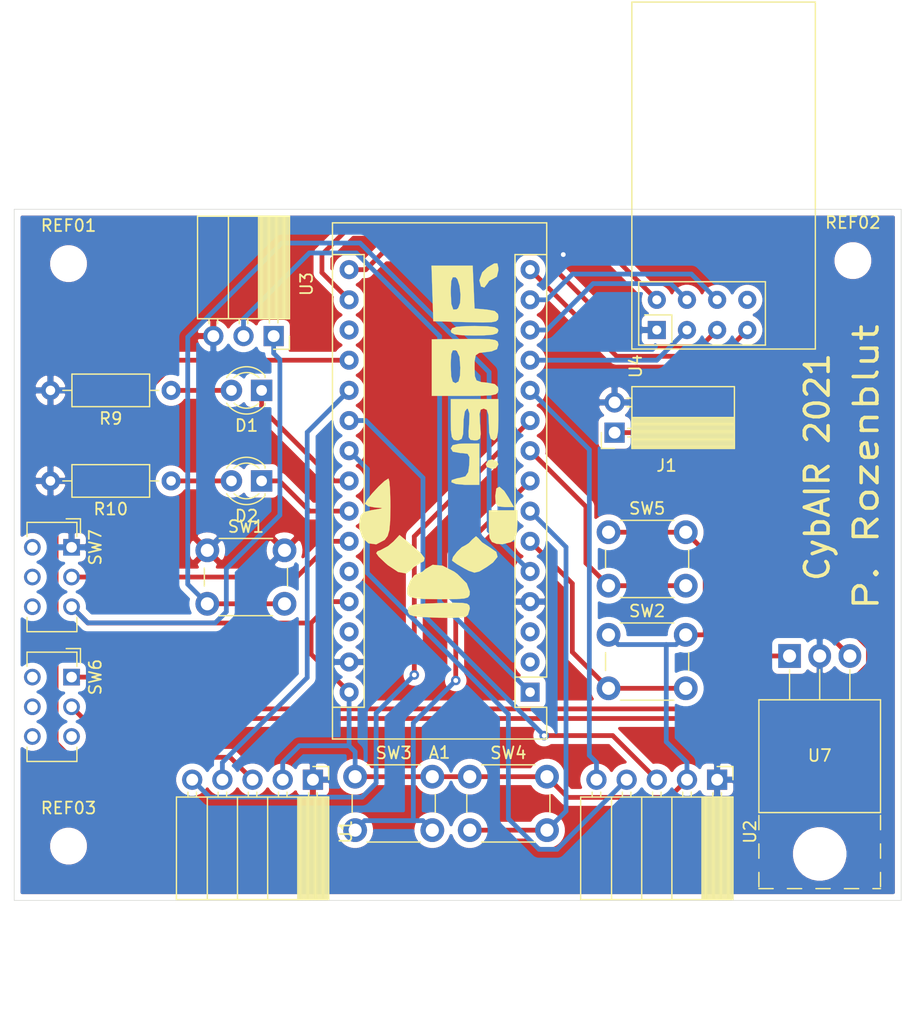
<source format=kicad_pcb>
(kicad_pcb (version 20171130) (host pcbnew "(5.1.5)-3")
  (layers (0 F.Cu signal) (31 B.Cu signal) (34 B.Paste user hide) (35 F.Paste user) (36 B.SilkS user) (37 F.SilkS user hide) (38 B.Mask user) (39 F.Mask user) (44 Edge.Cuts user))
  (net 0 "")
  (net 1 "Net-(A1-Pad1)")
  (net 2 "Net-(A1-Pad17)")
  (net 3 "Net-(A1-Pad2)")
  (net 4 "Net-(A1-Pad18)")
  (net 5 "Net-(A1-Pad3)")
  (net 6 /ANAL_JOY_1_X)
  (net 7 GND)
  (net 8 /ANAL_JOY_1_Y)
  (net 9 /NANO1_ESTOP)
  (net 10 /ANAL_JOY_2_X)
  (net 11 /NANO1_BUTTON1)
  (net 12 /ANAL_JOY_2_Y)
  (net 13 /NANO1_BUTTON2)
  (net 14 /SOMETHING_UNWANTED_HAPPENED?)
  (net 15 /NANO1_BUTTON3)
  (net 16 /TRANSMISSION_STATUS_DIODE)
  (net 17 /NANO1_BUTTON4)
  (net 18 "Net-(A1-Pad25)")
  (net 19 /DIGI_JOY_1_SW)
  (net 20 "Net-(A1-Pad26)")
  (net 21 /DIGI_JOY_2_SW)
  (net 22 +5V_BR_BOARD_SUPPLY)
  (net 23 /NANO1_SPI_CE)
  (net 24 "Net-(A1-Pad28)")
  (net 25 /NANO1_SPI_CS1)
  (net 26 /NANO1_SPI_MOSI)
  (net 27 /NANO1_SPI_MISO)
  (net 28 /NANO1_SPI_SCK)
  (net 29 "Net-(D1-Pad2)")
  (net 30 "Net-(D2-Pad2)")
  (net 31 "Net-(J1-Pad1)")
  (net 32 "Net-(U4-Pad8)")
  (net 33 "Net-(SW6-Pad3)")
  (net 34 "Net-(SW6-Pad1)")
  (net 35 "Net-(SW7-Pad4)")
  (net 36 "Net-(SW7-Pad5)")
  (net 37 "Net-(SW7-Pad6)")
  (module Symbol:logo_silk (layer F.Cu) (at 124.6124 73.9902 90)
    (fp_text reference G*** hide)
    (fp_text value LOGO hide)
  )
  (module MountingHole:MountingHole_2.1mm (layer F.Cu) (at 92.964 109.474)
    (fp_text reference REF03 (at 0 -3.2) (layer F.SilkS))
    (fp_text value MountingHole_2.1mm)
    (pad "" np_thru_hole circle (at 0 0) (size 2.1 2.1) (drill 2.1) (layers *.Cu *.Mask))
  )
  (module MountingHole:MountingHole_2.1mm (layer F.Cu) (at 159.004 60.198)
    (fp_text reference REF02 (at 0 -3.2) (layer F.SilkS))
    (fp_text value MountingHole_2.1mm)
    (pad "" np_thru_hole circle (at 0 0) (size 2.1 2.1) (drill 2.1) (layers *.Cu *.Mask))
  )
  (module MountingHole:MountingHole_2.1mm (layer F.Cu) (at 92.964 60.452)
    (fp_text reference REF01 (at 0 -3.2) (layer F.SilkS))
    (fp_text value MountingHole_2.1mm)
    (pad "" np_thru_hole circle (at 0 0) (size 2.1 2.1) (drill 2.1) (layers *.Cu *.Mask))
  )
  (module RF_Module:nRF24L01_Breakout (layer F.Cu) (at 142.494 66.04 90)
    (fp_text reference U4 (at -3.048 -1.778 90) (layer F.SilkS))
    (fp_text value NRF24L01_Breakout)
    (pad 1 thru_hole rect (at 0 0 90) (size 1.524 1.524) (drill 0.762) (layers *.Cu *.Mask) (net 7 GND))
    (pad 2 thru_hole circle (at 2.54 0 90) (size 1.524 1.524) (drill 0.762) (layers *.Cu *.Mask) (net 2 "Net-(A1-Pad17)"))
    (pad 3 thru_hole circle (at 0 2.54 90) (size 1.524 1.524) (drill 0.762) (layers *.Cu *.Mask) (net 23 /NANO1_SPI_CE))
    (pad 4 thru_hole circle (at 2.54 2.54 90) (size 1.524 1.524) (drill 0.762) (layers *.Cu *.Mask) (net 25 /NANO1_SPI_CS1))
    (pad 5 thru_hole circle (at 0 5.08 90) (size 1.524 1.524) (drill 0.762) (layers *.Cu *.Mask) (net 28 /NANO1_SPI_SCK))
    (pad 6 thru_hole circle (at 2.54 5.08 90) (size 1.524 1.524) (drill 0.762) (layers *.Cu *.Mask) (net 26 /NANO1_SPI_MOSI))
    (pad 7 thru_hole circle (at 0 7.62 90) (size 1.524 1.524) (drill 0.762) (layers *.Cu *.Mask) (net 27 /NANO1_SPI_MISO))
    (pad 8 thru_hole circle (at 2.54 7.62 90) (size 1.524 1.524) (drill 0.762) (layers *.Cu *.Mask) (net 32 "Net-(U4-Pad8)"))
  )
  (module Button_Switch_THT:SW_CuK_JS202011AQN_DPDT_Angled (layer F.Cu) (at 93.218 95.25 270)
    (fp_text reference SW6 (at 0 -2 90) (layer F.SilkS))
    (fp_text value SW_DPDT_x2)
    (pad 6 thru_hole circle (at 5 3.3 270) (size 1.4 1.4) (drill 0.9) (layers *.Cu *.Mask))
    (pad 5 thru_hole circle (at 2.5 3.3 270) (size 1.4 1.4) (drill 0.9) (layers *.Cu *.Mask))
    (pad 4 thru_hole circle (at 0 3.3 270) (size 1.4 1.4) (drill 0.9) (layers *.Cu *.Mask))
    (pad 3 thru_hole circle (at 5 0 270) (size 1.4 1.4) (drill 0.9) (layers *.Cu *.Mask) (net 33 "Net-(SW6-Pad3)"))
    (pad 2 thru_hole circle (at 2.5 0 270) (size 1.4 1.4) (drill 0.9) (layers *.Cu *.Mask) (net 31 "Net-(J1-Pad1)"))
    (pad 1 thru_hole rect (at 0 0 270) (size 1.4 1.4) (drill 0.9) (layers *.Cu *.Mask) (net 34 "Net-(SW6-Pad1)"))
  )
  (module Connector_PinSocket_2.54mm:PinSocket_1x05_P2.54mm_Horizontal (layer F.Cu) (at 147.574 124.206 270)
    (fp_text reference U2 (at -15.94 -2.77 90) (layer F.SilkS))
    (fp_text value JOYSTICK_ANALOGUE)
    (pad 5 thru_hole oval (at -20.32 10.16 270) (size 1.7 1.7) (drill 1) (layers *.Cu *.Mask) (net 21 /DIGI_JOY_2_SW))
    (pad 4 thru_hole oval (at -20.32 7.62 270) (size 1.7 1.7) (drill 1) (layers *.Cu *.Mask) (net 12 /ANAL_JOY_2_Y))
    (pad 3 thru_hole oval (at -20.32 5.08 270) (size 1.7 1.7) (drill 1) (layers *.Cu *.Mask) (net 10 /ANAL_JOY_2_X))
    (pad 2 thru_hole oval (at -20.32 2.54 270) (size 1.7 1.7) (drill 1) (layers *.Cu *.Mask) (net 22 +5V_BR_BOARD_SUPPLY))
    (pad 1 thru_hole rect (at -20.32 0 270) (size 1.7 1.7) (drill 1) (layers *.Cu *.Mask) (net 7 GND))
  )
  (module Connector_PinSocket_2.54mm:PinSocket_1x05_P2.54mm_Horizontal (layer F.Cu) (at 113.538 116.586 270)
    (fp_text reference U1 (at -8.32 -2.77 90) (layer F.SilkS))
    (fp_text value JOYSTICK_ANALOGUE)
    (pad 1 thru_hole rect (at -12.7 0 270) (size 1.7 1.7) (drill 1) (layers *.Cu *.Mask) (net 7 GND))
    (pad 2 thru_hole oval (at -12.7 2.54 270) (size 1.7 1.7) (drill 1) (layers *.Cu *.Mask) (net 22 +5V_BR_BOARD_SUPPLY))
    (pad 3 thru_hole oval (at -12.7 5.08 270) (size 1.7 1.7) (drill 1) (layers *.Cu *.Mask) (net 6 /ANAL_JOY_1_X))
    (pad 4 thru_hole oval (at -12.7 7.62 270) (size 1.7 1.7) (drill 1) (layers *.Cu *.Mask) (net 8 /ANAL_JOY_1_Y))
    (pad 5 thru_hole oval (at -12.7 10.16 270) (size 1.7 1.7) (drill 1) (layers *.Cu *.Mask) (net 19 /DIGI_JOY_1_SW))
  )
  (module Module:Arduino_Nano (layer F.Cu) (at 131.826 96.52 180)
    (fp_text reference A1 (at 7.62 -5.08) (layer F.SilkS))
    (fp_text value Arduino_Nano_v2.x)
    (pad 1 thru_hole rect (at 0 0 180) (size 1.6 1.6) (drill 0.8) (layers *.Cu *.Mask) (net 1 "Net-(A1-Pad1)"))
    (pad 17 thru_hole oval (at 15.24 33.02 180) (size 1.6 1.6) (drill 0.8) (layers *.Cu *.Mask) (net 2 "Net-(A1-Pad17)"))
    (pad 2 thru_hole oval (at 0 2.54 180) (size 1.6 1.6) (drill 0.8) (layers *.Cu *.Mask) (net 3 "Net-(A1-Pad2)"))
    (pad 18 thru_hole oval (at 15.24 30.48 180) (size 1.6 1.6) (drill 0.8) (layers *.Cu *.Mask) (net 4 "Net-(A1-Pad18)"))
    (pad 3 thru_hole oval (at 0 5.08 180) (size 1.6 1.6) (drill 0.8) (layers *.Cu *.Mask) (net 5 "Net-(A1-Pad3)"))
    (pad 19 thru_hole oval (at 15.24 27.94 180) (size 1.6 1.6) (drill 0.8) (layers *.Cu *.Mask) (net 6 /ANAL_JOY_1_X))
    (pad 4 thru_hole oval (at 0 7.62 180) (size 1.6 1.6) (drill 0.8) (layers *.Cu *.Mask) (net 7 GND))
    (pad 20 thru_hole oval (at 15.24 25.4 180) (size 1.6 1.6) (drill 0.8) (layers *.Cu *.Mask) (net 8 /ANAL_JOY_1_Y))
    (pad 5 thru_hole oval (at 0 10.16 180) (size 1.6 1.6) (drill 0.8) (layers *.Cu *.Mask) (net 9 /NANO1_ESTOP))
    (pad 21 thru_hole oval (at 15.24 22.86 180) (size 1.6 1.6) (drill 0.8) (layers *.Cu *.Mask) (net 10 /ANAL_JOY_2_X))
    (pad 6 thru_hole oval (at 0 12.7 180) (size 1.6 1.6) (drill 0.8) (layers *.Cu *.Mask) (net 11 /NANO1_BUTTON1))
    (pad 22 thru_hole oval (at 15.24 20.32 180) (size 1.6 1.6) (drill 0.8) (layers *.Cu *.Mask) (net 12 /ANAL_JOY_2_Y))
    (pad 7 thru_hole oval (at 0 15.24 180) (size 1.6 1.6) (drill 0.8) (layers *.Cu *.Mask) (net 13 /NANO1_BUTTON2))
    (pad 23 thru_hole oval (at 15.24 17.78 180) (size 1.6 1.6) (drill 0.8) (layers *.Cu *.Mask) (net 14 /SOMETHING_UNWANTED_HAPPENED?))
    (pad 8 thru_hole oval (at 0 17.78 180) (size 1.6 1.6) (drill 0.8) (layers *.Cu *.Mask) (net 15 /NANO1_BUTTON3))
    (pad 24 thru_hole oval (at 15.24 15.24 180) (size 1.6 1.6) (drill 0.8) (layers *.Cu *.Mask) (net 16 /TRANSMISSION_STATUS_DIODE))
    (pad 9 thru_hole oval (at 0 20.32 180) (size 1.6 1.6) (drill 0.8) (layers *.Cu *.Mask) (net 17 /NANO1_BUTTON4))
    (pad 25 thru_hole oval (at 15.24 12.7 180) (size 1.6 1.6) (drill 0.8) (layers *.Cu *.Mask) (net 18 "Net-(A1-Pad25)"))
    (pad 10 thru_hole oval (at 0 22.86 180) (size 1.6 1.6) (drill 0.8) (layers *.Cu *.Mask) (net 19 /DIGI_JOY_1_SW))
    (pad 26 thru_hole oval (at 15.24 10.16 180) (size 1.6 1.6) (drill 0.8) (layers *.Cu *.Mask) (net 20 "Net-(A1-Pad26)"))
    (pad 11 thru_hole oval (at 0 25.4 180) (size 1.6 1.6) (drill 0.8) (layers *.Cu *.Mask) (net 21 /DIGI_JOY_2_SW))
    (pad 27 thru_hole oval (at 15.24 7.62 180) (size 1.6 1.6) (drill 0.8) (layers *.Cu *.Mask) (net 22 +5V_BR_BOARD_SUPPLY))
    (pad 12 thru_hole oval (at 0 27.94 180) (size 1.6 1.6) (drill 0.8) (layers *.Cu *.Mask) (net 23 /NANO1_SPI_CE))
    (pad 28 thru_hole oval (at 15.24 5.08 180) (size 1.6 1.6) (drill 0.8) (layers *.Cu *.Mask) (net 24 "Net-(A1-Pad28)"))
    (pad 13 thru_hole oval (at 0 30.48 180) (size 1.6 1.6) (drill 0.8) (layers *.Cu *.Mask) (net 25 /NANO1_SPI_CS1))
    (pad 29 thru_hole oval (at 15.24 2.54 180) (size 1.6 1.6) (drill 0.8) (layers *.Cu *.Mask) (net 7 GND))
    (pad 14 thru_hole oval (at 0 33.02 180) (size 1.6 1.6) (drill 0.8) (layers *.Cu *.Mask) (net 26 /NANO1_SPI_MOSI))
    (pad 30 thru_hole oval (at 15.24 0 180) (size 1.6 1.6) (drill 0.8) (layers *.Cu *.Mask) (net 22 +5V_BR_BOARD_SUPPLY))
    (pad 15 thru_hole oval (at 0 35.56 180) (size 1.6 1.6) (drill 0.8) (layers *.Cu *.Mask) (net 27 /NANO1_SPI_MISO))
    (pad 16 thru_hole oval (at 15.24 35.56 180) (size 1.6 1.6) (drill 0.8) (layers *.Cu *.Mask) (net 28 /NANO1_SPI_SCK))
  )
  (module LED_THT:LED_D3.0mm_IRGrey (layer F.Cu) (at 109.22 71.12 180)
    (fp_text reference D1 (at 1.27 -2.96) (layer F.SilkS))
    (fp_text value DIODE)
    (pad 1 thru_hole rect (at 0 0 180) (size 1.8 1.8) (drill 0.9) (layers *.Cu *.Mask) (net 14 /SOMETHING_UNWANTED_HAPPENED?))
    (pad 2 thru_hole circle (at 2.54 0 180) (size 1.8 1.8) (drill 0.9) (layers *.Cu *.Mask) (net 29 "Net-(D1-Pad2)"))
  )
  (module LED_THT:LED_D3.0mm_IRGrey (layer F.Cu) (at 109.22 78.74 180)
    (fp_text reference D2 (at 1.27 -2.96) (layer F.SilkS))
    (fp_text value DIODE)
    (pad 2 thru_hole circle (at 2.54 0 180) (size 1.8 1.8) (drill 0.9) (layers *.Cu *.Mask) (net 30 "Net-(D2-Pad2)"))
    (pad 1 thru_hole rect (at 0 0 180) (size 1.8 1.8) (drill 0.9) (layers *.Cu *.Mask) (net 16 /TRANSMISSION_STATUS_DIODE))
  )
  (module Connector_PinSocket_2.54mm:PinSocket_1x02_P2.54mm_Horizontal (layer F.Cu) (at 138.938 74.676 180)
    (fp_text reference J1 (at -4.38 -2.77) (layer F.SilkS))
    (fp_text value PRZYLACZE_BATERII_9V)
    (pad 1 thru_hole rect (at 0 0 180) (size 1.7 1.7) (drill 1) (layers *.Cu *.Mask) (net 31 "Net-(J1-Pad1)"))
    (pad 2 thru_hole oval (at 0 2.54 180) (size 1.7 1.7) (drill 1) (layers *.Cu *.Mask) (net 7 GND))
  )
  (module Resistor_THT:R_Axial_DIN0207_L6.3mm_D2.5mm_P10.16mm_Horizontal (layer F.Cu) (at 101.6 71.12 180)
    (fp_text reference R9 (at 5.08 -2.37) (layer F.SilkS))
    (fp_text value 470)
    (pad 2 thru_hole oval (at 10.16 0 180) (size 1.6 1.6) (drill 0.8) (layers *.Cu *.Mask) (net 7 GND))
    (pad 1 thru_hole circle (at 0 0 180) (size 1.6 1.6) (drill 0.8) (layers *.Cu *.Mask) (net 29 "Net-(D1-Pad2)"))
  )
  (module Resistor_THT:R_Axial_DIN0207_L6.3mm_D2.5mm_P10.16mm_Horizontal (layer F.Cu) (at 101.6 78.74 180)
    (fp_text reference R10 (at 5.08 -2.37) (layer F.SilkS))
    (fp_text value 470)
    (pad 1 thru_hole circle (at 0 0 180) (size 1.6 1.6) (drill 0.8) (layers *.Cu *.Mask) (net 30 "Net-(D2-Pad2)"))
    (pad 2 thru_hole oval (at 10.16 0 180) (size 1.6 1.6) (drill 0.8) (layers *.Cu *.Mask) (net 7 GND))
  )
  (module Button_Switch_THT:SW_PUSH_6mm_H13mm (layer F.Cu) (at 104.648 84.582)
    (fp_text reference SW1 (at 3.25 -2) (layer F.SilkS))
    (fp_text value RESET)
    (pad 1 thru_hole circle (at 6.5 0 90) (size 2 2) (drill 1.1) (layers *.Cu *.Mask) (net 7 GND))
    (pad 2 thru_hole circle (at 6.5 4.5 90) (size 2 2) (drill 1.1) (layers *.Cu *.Mask) (net 9 /NANO1_ESTOP))
    (pad 1 thru_hole circle (at 0 0 90) (size 2 2) (drill 1.1) (layers *.Cu *.Mask) (net 7 GND))
    (pad 2 thru_hole circle (at 0 4.5 90) (size 2 2) (drill 1.1) (layers *.Cu *.Mask) (net 9 /NANO1_ESTOP))
  )
  (module Button_Switch_THT:SW_PUSH_6mm_H13mm (layer F.Cu) (at 138.43 91.694)
    (fp_text reference SW2 (at 3.25 -2) (layer F.SilkS))
    (fp_text value SW_Push)
    (pad 2 thru_hole circle (at 0 4.5 90) (size 2 2) (drill 1.1) (layers *.Cu *.Mask) (net 11 /NANO1_BUTTON1))
    (pad 1 thru_hole circle (at 0 0 90) (size 2 2) (drill 1.1) (layers *.Cu *.Mask) (net 22 +5V_BR_BOARD_SUPPLY))
    (pad 2 thru_hole circle (at 6.5 4.5 90) (size 2 2) (drill 1.1) (layers *.Cu *.Mask) (net 11 /NANO1_BUTTON1))
    (pad 1 thru_hole circle (at 6.5 0 90) (size 2 2) (drill 1.1) (layers *.Cu *.Mask) (net 22 +5V_BR_BOARD_SUPPLY))
  )
  (module Button_Switch_THT:SW_PUSH_6mm_H13mm (layer F.Cu) (at 117.094 103.632)
    (fp_text reference SW3 (at 3.25 -2) (layer F.SilkS))
    (fp_text value SW_Push)
    (pad 2 thru_hole circle (at 0 4.5 90) (size 2 2) (drill 1.1) (layers *.Cu *.Mask) (net 15 /NANO1_BUTTON3))
    (pad 1 thru_hole circle (at 0 0 90) (size 2 2) (drill 1.1) (layers *.Cu *.Mask) (net 22 +5V_BR_BOARD_SUPPLY))
    (pad 2 thru_hole circle (at 6.5 4.5 90) (size 2 2) (drill 1.1) (layers *.Cu *.Mask) (net 15 /NANO1_BUTTON3))
    (pad 1 thru_hole circle (at 6.5 0 90) (size 2 2) (drill 1.1) (layers *.Cu *.Mask) (net 22 +5V_BR_BOARD_SUPPLY))
  )
  (module Button_Switch_THT:SW_PUSH_6mm_H13mm (layer F.Cu) (at 126.746 103.632)
    (fp_text reference SW4 (at 3.25 -2) (layer F.SilkS))
    (fp_text value SW_Push)
    (pad 1 thru_hole circle (at 6.5 0 90) (size 2 2) (drill 1.1) (layers *.Cu *.Mask) (net 22 +5V_BR_BOARD_SUPPLY))
    (pad 2 thru_hole circle (at 6.5 4.5 90) (size 2 2) (drill 1.1) (layers *.Cu *.Mask) (net 13 /NANO1_BUTTON2))
    (pad 1 thru_hole circle (at 0 0 90) (size 2 2) (drill 1.1) (layers *.Cu *.Mask) (net 22 +5V_BR_BOARD_SUPPLY))
    (pad 2 thru_hole circle (at 0 4.5 90) (size 2 2) (drill 1.1) (layers *.Cu *.Mask) (net 13 /NANO1_BUTTON2))
  )
  (module Button_Switch_THT:SW_PUSH_6mm_H13mm (layer F.Cu) (at 138.43 83.058)
    (fp_text reference SW5 (at 3.25 -2) (layer F.SilkS))
    (fp_text value SW_Push)
    (pad 2 thru_hole circle (at 0 4.5 90) (size 2 2) (drill 1.1) (layers *.Cu *.Mask) (net 17 /NANO1_BUTTON4))
    (pad 1 thru_hole circle (at 0 0 90) (size 2 2) (drill 1.1) (layers *.Cu *.Mask) (net 22 +5V_BR_BOARD_SUPPLY))
    (pad 2 thru_hole circle (at 6.5 4.5 90) (size 2 2) (drill 1.1) (layers *.Cu *.Mask) (net 17 /NANO1_BUTTON4))
    (pad 1 thru_hole circle (at 6.5 0 90) (size 2 2) (drill 1.1) (layers *.Cu *.Mask) (net 22 +5V_BR_BOARD_SUPPLY))
  )
  (module Button_Switch_THT:SW_CuK_JS202011AQN_DPDT_Angled (layer F.Cu) (at 93.218 84.328 270)
    (fp_text reference SW7 (at 0 -2 90) (layer F.SilkS))
    (fp_text value SW_DPDT_x2)
    (pad 1 thru_hole rect (at 0 0 270) (size 1.4 1.4) (drill 0.9) (layers *.Cu *.Mask) (net 7 GND))
    (pad 2 thru_hole circle (at 2.5 0 270) (size 1.4 1.4) (drill 0.9) (layers *.Cu *.Mask) (net 18 "Net-(A1-Pad25)"))
    (pad 3 thru_hole circle (at 5 0 270) (size 1.4 1.4) (drill 0.9) (layers *.Cu *.Mask) (net 22 +5V_BR_BOARD_SUPPLY))
    (pad 4 thru_hole circle (at 0 3.3 270) (size 1.4 1.4) (drill 0.9) (layers *.Cu *.Mask) (net 35 "Net-(SW7-Pad4)"))
    (pad 5 thru_hole circle (at 2.5 3.3 270) (size 1.4 1.4) (drill 0.9) (layers *.Cu *.Mask) (net 36 "Net-(SW7-Pad5)"))
    (pad 6 thru_hole circle (at 5 3.3 270) (size 1.4 1.4) (drill 0.9) (layers *.Cu *.Mask) (net 37 "Net-(SW7-Pad6)"))
  )
  (module Connector_PinSocket_2.54mm:PinSocket_1x03_P2.54mm_Horizontal (layer F.Cu) (at 110.236 66.548 270)
    (fp_text reference U3 (at -4.38 -2.77 90) (layer F.SilkS))
    (fp_text value FS100A_TRANS)
    (pad 1 thru_hole rect (at 0 0 270) (size 1.7 1.7) (drill 1) (layers *.Cu *.Mask) (net 22 +5V_BR_BOARD_SUPPLY))
    (pad 2 thru_hole oval (at 0 2.54 270) (size 1.7 1.7) (drill 1) (layers *.Cu *.Mask) (net 1 "Net-(A1-Pad1)"))
    (pad 3 thru_hole oval (at 0 5.08 270) (size 1.7 1.7) (drill 1) (layers *.Cu *.Mask) (net 7 GND))
  )
  (module Package_TO_SOT_THT:TO-220-3_Horizontal_TabUp (layer F.Cu) (at 153.67 93.472)
    (fp_text reference U7 (at 2.54 8.382) (layer F.SilkS))
    (fp_text value L7805)
    (pad "" np_thru_hole oval (at 2.54 16.66) (size 3.5 3.5) (drill 3.5) (layers *.Cu *.Mask))
    (pad 1 thru_hole rect (at 0 0) (size 1.905 2) (drill 1.1) (layers *.Cu *.Mask) (net 34 "Net-(SW6-Pad1)"))
    (pad 2 thru_hole oval (at 2.54 0) (size 1.905 2) (drill 1.1) (layers *.Cu *.Mask) (net 7 GND))
    (pad 3 thru_hole oval (at 5.08 0) (size 1.905 2) (drill 1.1) (layers *.Cu *.Mask) (net 22 +5V_BR_BOARD_SUPPLY))
  )
  (gr_line (start 88.392 55.88) (end 88.392 114.046) (layer Edge.Cuts) (width 0.05))
  (gr_line (start 163.068 55.88) (end 88.392 55.88) (layer Edge.Cuts) (width 0.05))
  (gr_line (start 163.068 114.046) (end 163.068 55.88) (layer Edge.Cuts) (width 0.05))
  (gr_line (start 88.392 114.046) (end 163.068 114.046) (layer Edge.Cuts) (width 0.05))
  (gr_text "CybAIR 2021" (at 156.0068 77.5716 90) (layer F.SilkS) (effects (font (size 2 2) (thickness 0.3))))
  (gr_text "P. Rozenblut" (at 160.1216 77.5716 90) (layer F.SilkS) (effects (font (size 2 2.5) (thickness 0.3))))
  (segment (start 107.696 66.548) (end 107.696 65.0977) (width 0.4) (layer B.Cu) (net 1))
  (segment (start 107.696 65.0977) (end 113.239 59.5547) (width 0.4) (layer B.Cu) (net 1))
  (segment (start 113.239 59.5547) (end 117.1957 59.5547) (width 0.4) (layer B.Cu) (net 1))
  (segment (start 117.1957 59.5547) (end 124.206 66.565) (width 0.4) (layer B.Cu) (net 1))
  (segment (start 124.206 66.565) (end 124.206 88.9) (width 0.4) (layer B.Cu) (net 1))
  (segment (start 124.206 88.9) (end 131.826 96.52) (width 0.4) (layer B.Cu) (net 1))
  (segment (start 114.3 61.214) (end 116.586 63.5) (width 0.4) (layer F.Cu) (net 2))
  (segment (start 114.3 59.69) (end 114.3 61.214) (width 0.4) (layer F.Cu) (net 2))
  (segment (start 116.586 57.404) (end 114.3 59.69) (width 0.4) (layer F.Cu) (net 2))
  (segment (start 142.494 63.5) (end 136.398 57.404) (width 0.4) (layer F.Cu) (net 2))
  (segment (start 136.398 57.404) (end 116.586 57.404) (width 0.4) (layer F.Cu) (net 2))
  (segment (start 116.586 68.58) (end 102.1597 68.58) (width 0.4) (layer F.Cu) (net 6))
  (segment (start 102.1597 68.58) (end 95.5375 75.2022) (width 0.4) (layer F.Cu) (net 6))
  (segment (start 95.5375 75.2022) (end 95.5375 77.9061) (width 0.4) (layer F.Cu) (net 6))
  (segment (start 95.5375 77.9061) (end 91.9173 81.5263) (width 0.4) (layer F.Cu) (net 6))
  (segment (start 91.9173 81.5263) (end 91.9173 100.7886) (width 0.4) (layer F.Cu) (net 6))
  (segment (start 91.9173 100.7886) (end 93.1301 102.0014) (width 0.4) (layer F.Cu) (net 6))
  (segment (start 93.1301 102.0014) (end 106.5734 102.0014) (width 0.4) (layer F.Cu) (net 6))
  (segment (start 106.5734 102.0014) (end 108.458 103.886) (width 0.4) (layer F.Cu) (net 6))
  (via (at 134.62 59.69) (size 0.8) (drill 0.4) (layers F.Cu B.Cu) (net 7))
  (segment (start 105.918 103.886) (end 105.918 102.4357) (width 0.4) (layer B.Cu) (net 8))
  (segment (start 116.586 71.12) (end 113.0575 74.6485) (width 0.4) (layer B.Cu) (net 8))
  (segment (start 113.0575 74.6485) (end 113.0575 95.2962) (width 0.4) (layer B.Cu) (net 8))
  (segment (start 113.0575 95.2962) (end 105.918 102.4357) (width 0.4) (layer B.Cu) (net 8))
  (segment (start 104.648 89.082) (end 103.0005 87.4345) (width 0.4) (layer B.Cu) (net 9))
  (segment (start 103.0005 87.4345) (end 103.0005 66.6318) (width 0.4) (layer B.Cu) (net 9))
  (segment (start 103.0005 66.6318) (end 110.9112 58.7211) (width 0.4) (layer B.Cu) (net 9))
  (segment (start 110.9112 58.7211) (end 117.5102 58.7211) (width 0.4) (layer B.Cu) (net 9))
  (segment (start 117.5102 58.7211) (end 128.3753 69.5862) (width 0.4) (layer B.Cu) (net 9))
  (segment (start 128.3753 69.5862) (end 128.3753 82.9093) (width 0.4) (layer B.Cu) (net 9))
  (segment (start 128.3753 82.9093) (end 131.826 86.36) (width 0.4) (layer B.Cu) (net 9))
  (segment (start 104.648 89.082) (end 111.148 89.082) (width 0.4) (layer F.Cu) (net 9))
  (segment (start 116.586 73.66) (end 117.9863 73.66) (width 0.4) (layer B.Cu) (net 10))
  (segment (start 133.0092 100.1742) (end 138.7822 100.1742) (width 0.4) (layer F.Cu) (net 10))
  (segment (start 138.7822 100.1742) (end 142.494 103.886) (width 0.4) (layer F.Cu) (net 10))
  (segment (start 117.9863 73.66) (end 122.806 78.4797) (width 0.4) (layer B.Cu) (net 10))
  (segment (start 122.806 78.4797) (end 122.806 89.971) (width 0.4) (layer B.Cu) (net 10))
  (segment (start 122.806 89.971) (end 133.0092 100.1742) (width 0.4) (layer B.Cu) (net 10))
  (via (at 133.0092 100.1742) (size 0.8) (layers F.Cu B.Cu) (net 10))
  (segment (start 138.43 96.194) (end 135.3795 93.1435) (width 0.4) (layer F.Cu) (net 11))
  (segment (start 135.3795 93.1435) (end 135.3795 87.3735) (width 0.4) (layer F.Cu) (net 11))
  (segment (start 135.3795 87.3735) (end 131.826 83.82) (width 0.4) (layer F.Cu) (net 11))
  (segment (start 144.93 96.194) (end 138.43 96.194) (width 0.4) (layer F.Cu) (net 11))
  (segment (start 116.586 76.2) (end 118.1276 77.7416) (width 0.4) (layer B.Cu) (net 12))
  (segment (start 118.1276 77.7416) (end 118.1276 86.4912) (width 0.4) (layer B.Cu) (net 12))
  (segment (start 118.1276 86.4912) (end 129.9961 98.3597) (width 0.4) (layer B.Cu) (net 12))
  (segment (start 129.9961 98.3597) (end 129.9961 107.1643) (width 0.4) (layer B.Cu) (net 12))
  (segment (start 129.9961 107.1643) (end 132.5749 109.7431) (width 0.4) (layer B.Cu) (net 12))
  (segment (start 132.5749 109.7431) (end 134.0969 109.7431) (width 0.4) (layer B.Cu) (net 12))
  (segment (start 134.0969 109.7431) (end 139.954 103.886) (width 0.4) (layer B.Cu) (net 12))
  (segment (start 133.246 108.132) (end 134.8493 106.5287) (width 0.4) (layer B.Cu) (net 13))
  (segment (start 134.8493 106.5287) (end 134.8493 84.3033) (width 0.4) (layer B.Cu) (net 13))
  (segment (start 134.8493 84.3033) (end 131.826 81.28) (width 0.4) (layer B.Cu) (net 13))
  (segment (start 126.746 108.132) (end 133.246 108.132) (width 0.4) (layer F.Cu) (net 13))
  (segment (start 116.586 78.74) (end 115.1857 78.74) (width 0.4) (layer F.Cu) (net 14))
  (segment (start 109.22 71.12) (end 109.22 72.6203) (width 0.4) (layer F.Cu) (net 14))
  (segment (start 109.22 72.6203) (end 115.1857 78.586) (width 0.4) (layer F.Cu) (net 14))
  (segment (start 115.1857 78.586) (end 115.1857 78.74) (width 0.4) (layer F.Cu) (net 14))
  (segment (start 121.9931 107.3315) (end 117.8945 107.3315) (width 0.4) (layer B.Cu) (net 15))
  (segment (start 117.8945 107.3315) (end 117.094 108.132) (width 0.4) (layer B.Cu) (net 15))
  (segment (start 123.594 108.132) (end 122.7935 107.3315) (width 0.4) (layer B.Cu) (net 15))
  (segment (start 122.7935 107.3315) (end 121.9931 107.3315) (width 0.4) (layer B.Cu) (net 15))
  (segment (start 121.9931 107.3315) (end 121.9931 99.108) (width 0.4) (layer B.Cu) (net 15))
  (segment (start 121.9931 99.108) (end 125.5662 95.5349) (width 0.4) (layer B.Cu) (net 15))
  (segment (start 125.5662 95.5349) (end 125.5662 84.9998) (width 0.4) (layer F.Cu) (net 15))
  (segment (start 125.5662 84.9998) (end 131.826 78.74) (width 0.4) (layer F.Cu) (net 15))
  (via (at 125.5662 95.5349) (size 0.8) (layers F.Cu B.Cu) (net 15))
  (segment (start 109.22 78.74) (end 110.7203 78.74) (width 0.4) (layer F.Cu) (net 16))
  (segment (start 110.7203 78.74) (end 113.2603 81.28) (width 0.4) (layer F.Cu) (net 16))
  (segment (start 113.2603 81.28) (end 116.586 81.28) (width 0.4) (layer F.Cu) (net 16))
  (segment (start 138.43 87.558) (end 136.5241 85.6521) (width 0.4) (layer F.Cu) (net 17))
  (segment (start 136.5241 85.6521) (end 136.5241 80.8981) (width 0.4) (layer F.Cu) (net 17))
  (segment (start 136.5241 80.8981) (end 131.826 76.2) (width 0.4) (layer F.Cu) (net 17))
  (segment (start 144.93 87.558) (end 138.43 87.558) (width 0.4) (layer F.Cu) (net 17))
  (segment (start 116.586 83.82) (end 115.1857 83.82) (width 0.4) (layer F.Cu) (net 18))
  (segment (start 93.218 86.828) (end 112.1777 86.828) (width 0.4) (layer F.Cu) (net 18))
  (segment (start 112.1777 86.828) (end 115.1857 83.82) (width 0.4) (layer F.Cu) (net 18))
  (segment (start 122.0752 95.0689) (end 118.8617 98.2824) (width 0.4) (layer B.Cu) (net 19))
  (segment (start 118.8617 98.2824) (end 118.8617 104.1717) (width 0.4) (layer B.Cu) (net 19))
  (segment (start 118.8617 104.1717) (end 117.6799 105.3535) (width 0.4) (layer B.Cu) (net 19))
  (segment (start 117.6799 105.3535) (end 104.8455 105.3535) (width 0.4) (layer B.Cu) (net 19))
  (segment (start 104.8455 105.3535) (end 103.378 103.886) (width 0.4) (layer B.Cu) (net 19))
  (segment (start 131.826 73.66) (end 122.0752 83.4108) (width 0.4) (layer F.Cu) (net 19))
  (segment (start 122.0752 83.4108) (end 122.0752 95.0689) (width 0.4) (layer F.Cu) (net 19))
  (via (at 122.0752 95.0689) (size 0.8) (layers F.Cu B.Cu) (net 19))
  (segment (start 137.414 103.886) (end 137.414 102.4357) (width 0.4) (layer B.Cu) (net 21))
  (segment (start 131.826 71.12) (end 136.8131 76.1071) (width 0.4) (layer B.Cu) (net 21))
  (segment (start 136.8131 76.1071) (end 136.8131 101.8348) (width 0.4) (layer B.Cu) (net 21))
  (segment (start 136.8131 101.8348) (end 137.414 102.4357) (width 0.4) (layer B.Cu) (net 21))
  (segment (start 143.2911 92.5134) (end 139.2494 92.5134) (width 0.4) (layer B.Cu) (net 22))
  (segment (start 139.2494 92.5134) (end 138.43 91.694) (width 0.4) (layer B.Cu) (net 22))
  (segment (start 144.93 91.694) (end 144.1106 92.5134) (width 0.4) (layer B.Cu) (net 22))
  (segment (start 144.1106 92.5134) (end 143.2911 92.5134) (width 0.4) (layer B.Cu) (net 22))
  (segment (start 143.2911 92.5134) (end 143.2911 100.6928) (width 0.4) (layer B.Cu) (net 22))
  (segment (start 143.2911 100.6928) (end 145.034 102.4357) (width 0.4) (layer B.Cu) (net 22))
  (segment (start 146.5682 91.694) (end 144.93 91.694) (width 0.4) (layer F.Cu) (net 22))
  (segment (start 158.75 93.472) (end 156.972 91.694) (width 0.4) (layer F.Cu) (net 22))
  (segment (start 156.972 91.694) (end 146.5682 91.694) (width 0.4) (layer F.Cu) (net 22))
  (segment (start 146.5682 91.694) (end 146.5682 84.6962) (width 0.4) (layer F.Cu) (net 22))
  (segment (start 146.5682 84.6962) (end 144.93 83.058) (width 0.4) (layer F.Cu) (net 22))
  (segment (start 110.236 66.548) (end 110.236 67.9983) (width 0.4) (layer B.Cu) (net 22))
  (segment (start 93.218 89.328) (end 94.5784 90.6884) (width 0.4) (layer B.Cu) (net 22))
  (segment (start 94.5784 90.6884) (end 105.3165 90.6884) (width 0.4) (layer B.Cu) (net 22))
  (segment (start 105.3165 90.6884) (end 106.2484 89.7565) (width 0.4) (layer B.Cu) (net 22))
  (segment (start 106.2484 89.7565) (end 106.2484 86.1244) (width 0.4) (layer B.Cu) (net 22))
  (segment (start 106.2484 86.1244) (end 110.7612 81.6116) (width 0.4) (layer B.Cu) (net 22))
  (segment (start 110.7612 81.6116) (end 110.7612 68.5235) (width 0.4) (layer B.Cu) (net 22))
  (segment (start 110.7612 68.5235) (end 110.236 67.9983) (width 0.4) (layer B.Cu) (net 22))
  (segment (start 145.034 103.886) (end 145.034 102.4357) (width 0.4) (layer B.Cu) (net 22))
  (segment (start 145.034 103.886) (end 143.5459 105.3741) (width 0.4) (layer F.Cu) (net 22))
  (segment (start 143.5459 105.3741) (end 134.9881 105.3741) (width 0.4) (layer F.Cu) (net 22))
  (segment (start 134.9881 105.3741) (end 133.246 103.632) (width 0.4) (layer F.Cu) (net 22))
  (segment (start 116.586 101.0301) (end 112.4036 101.0301) (width 0.4) (layer B.Cu) (net 22))
  (segment (start 112.4036 101.0301) (end 110.998 102.4357) (width 0.4) (layer B.Cu) (net 22))
  (segment (start 117.094 103.632) (end 117.094 101.5381) (width 0.4) (layer B.Cu) (net 22))
  (segment (start 117.094 101.5381) (end 116.586 101.0301) (width 0.4) (layer B.Cu) (net 22))
  (segment (start 116.586 101.0301) (end 116.586 97.9203) (width 0.4) (layer B.Cu) (net 22))
  (segment (start 110.998 103.886) (end 110.998 102.4357) (width 0.4) (layer B.Cu) (net 22))
  (segment (start 116.586 96.52) (end 116.586 97.9203) (width 0.4) (layer B.Cu) (net 22))
  (segment (start 113.3848 90.7009) (end 115.1857 88.9) (width 0.4) (layer F.Cu) (net 22))
  (segment (start 93.218 89.328) (end 94.5909 90.7009) (width 0.4) (layer F.Cu) (net 22))
  (segment (start 94.5909 90.7009) (end 113.3848 90.7009) (width 0.4) (layer F.Cu) (net 22))
  (segment (start 116.586 96.52) (end 113.3848 93.3188) (width 0.4) (layer F.Cu) (net 22))
  (segment (start 113.3848 93.3188) (end 113.3848 90.7009) (width 0.4) (layer F.Cu) (net 22))
  (segment (start 123.594 103.632) (end 117.094 103.632) (width 0.4) (layer F.Cu) (net 22))
  (segment (start 126.746 103.632) (end 133.246 103.632) (width 0.4) (layer F.Cu) (net 22))
  (segment (start 123.594 103.632) (end 126.746 103.632) (width 0.4) (layer F.Cu) (net 22))
  (segment (start 144.93 83.058) (end 138.43 83.058) (width 0.4) (layer F.Cu) (net 22))
  (segment (start 116.586 88.9) (end 115.1857 88.9) (width 0.4) (layer F.Cu) (net 22))
  (segment (start 131.826 68.58) (end 142.494 68.58) (width 0.4) (layer B.Cu) (net 23))
  (segment (start 142.494 68.58) (end 145.034 66.04) (width 0.4) (layer B.Cu) (net 23))
  (segment (start 131.826 66.04) (end 133.2263 66.04) (width 0.4) (layer B.Cu) (net 25))
  (segment (start 133.2263 66.04) (end 137.1316 62.1347) (width 0.4) (layer B.Cu) (net 25))
  (segment (start 137.1316 62.1347) (end 143.6687 62.1347) (width 0.4) (layer B.Cu) (net 25))
  (segment (start 143.6687 62.1347) (end 145.034 63.5) (width 0.4) (layer B.Cu) (net 25))
  (segment (start 131.826 63.5) (end 133.2263 63.5) (width 0.4) (layer B.Cu) (net 26))
  (segment (start 133.2263 63.5) (end 135.3956 61.3307) (width 0.4) (layer B.Cu) (net 26))
  (segment (start 135.3956 61.3307) (end 145.4047 61.3307) (width 0.4) (layer B.Cu) (net 26))
  (segment (start 145.4047 61.3307) (end 147.574 63.5) (width 0.4) (layer B.Cu) (net 26))
  (segment (start 131.826 60.96) (end 139.1166 68.2506) (width 0.4) (layer F.Cu) (net 27))
  (segment (start 139.1166 68.2506) (end 147.9034 68.2506) (width 0.4) (layer F.Cu) (net 27))
  (segment (start 147.9034 68.2506) (end 150.114 66.04) (width 0.4) (layer F.Cu) (net 27))
  (segment (start 116.586 60.96) (end 117.9863 60.96) (width 0.4) (layer F.Cu) (net 28))
  (segment (start 117.9863 60.96) (end 119.3924 59.5539) (width 0.4) (layer F.Cu) (net 28))
  (segment (start 119.3924 59.5539) (end 132.5399 59.5539) (width 0.4) (layer F.Cu) (net 28))
  (segment (start 132.5399 59.5539) (end 140.4209 67.4349) (width 0.4) (layer F.Cu) (net 28))
  (segment (start 140.4209 67.4349) (end 146.1791 67.4349) (width 0.4) (layer F.Cu) (net 28))
  (segment (start 146.1791 67.4349) (end 147.574 66.04) (width 0.4) (layer F.Cu) (net 28))
  (segment (start 101.6 71.12) (end 106.68 71.12) (width 0.4) (layer F.Cu) (net 29))
  (segment (start 101.6 78.74) (end 106.68 78.74) (width 0.4) (layer F.Cu) (net 30))
  (segment (start 138.938 74.676) (end 142.2089 74.676) (width 0.4) (layer F.Cu) (net 31))
  (segment (start 142.2089 74.676) (end 160.3132 92.7803) (width 0.4) (layer F.Cu) (net 31))
  (segment (start 160.3132 92.7803) (end 160.3132 94.1792) (width 0.4) (layer F.Cu) (net 31))
  (segment (start 160.3132 94.1792) (end 155.7584 98.734) (width 0.4) (layer F.Cu) (net 31))
  (segment (start 155.7584 98.734) (end 94.202 98.734) (width 0.4) (layer F.Cu) (net 31))
  (segment (start 94.202 98.734) (end 93.218 97.75) (width 0.4) (layer F.Cu) (net 31))
  (segment (start 93.218 95.25) (end 94.5183 95.25) (width 0.4) (layer F.Cu) (net 34))
  (segment (start 153.67 93.472) (end 152.1172 93.472) (width 0.4) (layer F.Cu) (net 34))
  (segment (start 152.1172 93.472) (end 147.6632 97.926) (width 0.4) (layer F.Cu) (net 34))
  (segment (start 147.6632 97.926) (end 97.1943 97.926) (width 0.4) (layer F.Cu) (net 34))
  (segment (start 97.1943 97.926) (end 94.5183 95.25) (width 0.4) (layer F.Cu) (net 34))
  (zone (net 7) (net_name GND) (layer B.Cu) (connect_pads (clearance 0.508)) (min_thickness 0.254) (fill yes (arc_segments 32) (thermal_gap 0.508) (thermal_bridge_width 0.508))
    (polygon (pts (xy 163.068 114.046) (xy 88.392 114.046) (xy 88.392 55.88) (xy 163.068 55.88)))
  )
  (zone (net 7) (net_name GND) (layer F.Cu) (connect_pads (clearance 0.508)) (min_thickness 0.254) (fill yes (arc_segments 32) (thermal_gap 0.508) (thermal_bridge_width 0.508))
    (polygon (pts (xy 163.068 114.046) (xy 88.392 114.046) (xy 88.392 55.88) (xy 163.068 55.88)))
  )
)
</source>
